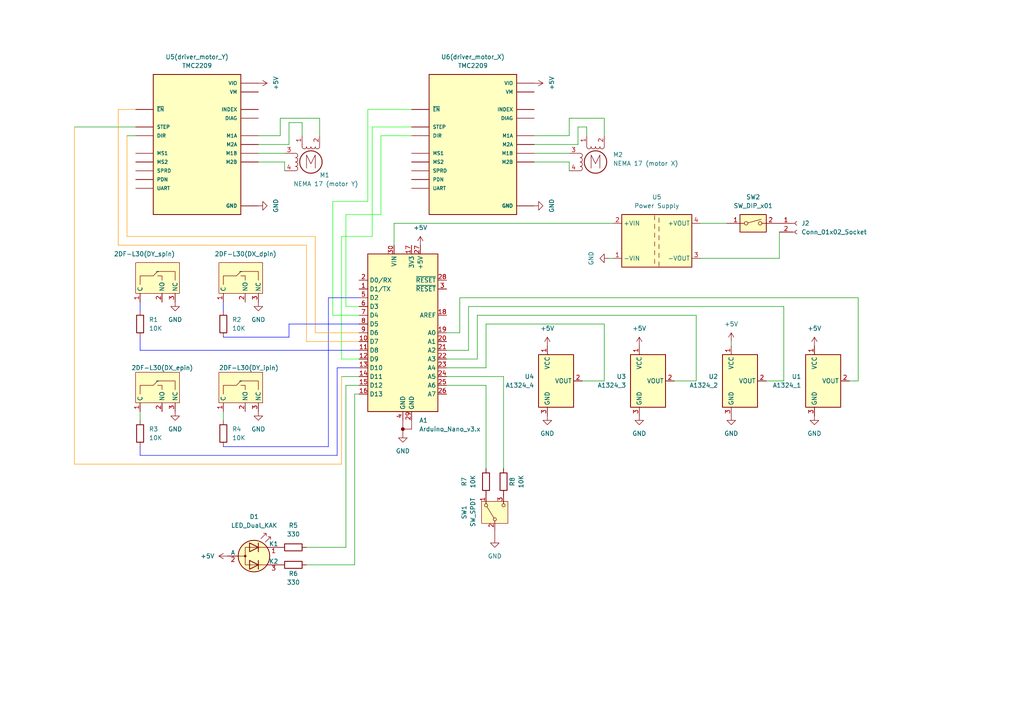
<source format=kicad_sch>
(kicad_sch (version 20230121) (generator eeschema)
  (paper "A4")
  (title_block (title "ANTI PUZZLE") (date "2024-03-18") (comment 1 "•The motor used is a Nema 17") (comment 2 "of the arduino nano") (comment 3 "•Instead of putting the 10K resistors, you can activate the internal pull-up resistors"))
  (lib_symbols
    (symbol "Connector:Conn_01x02_Socket" (pin_names (offset 1.016) hide)
      (property "Reference" "J" (at 0 2.54 0))
      (property "Value" "Conn_01x02_Socket" (at 0 -5.08 0))
      (symbol "Conn_01x02_Socket_1_1"
        (arc (start 0 -2.032) (mid -0.5058 -2.54) (end 0 -3.048) (stroke (width 0.1524)))
        (polyline (pts (xy -1.27 -2.54) (xy -0.508 -2.54)) (stroke (width 0.1524)))
        (polyline (pts (xy -1.27 0) (xy -0.508 0)) (stroke (width 0.1524)))
        (arc (start 0 0.508) (mid -0.5058 0) (end 0 -0.508) (stroke (width 0.1524)))
        (pin passive line (at -5.08 0 0) (length 3.81) (name "Pin_1") (number "1"))
        (pin passive line (at -5.08 -2.54 0) (length 3.81) (name "Pin_2") (number "2"))
      )
    )
    (symbol "Device:LED_Dual_KAK" (pin_names (offset 0))
      (property "Reference" "D" (at 0 5.715 0))
      (property "Value" "LED_Dual_KAK" (at 0 -6.35 0))
      (symbol "LED_Dual_KAK_0_1"
        (circle (center -2.54 0) (radius 0.2794) (fill (type outline)))
        (polyline (pts (xy -4.572 0) (xy -2.54 0)))
        (polyline (pts (xy 1.27 -1.27) (xy 1.27 -3.81)) (stroke (width 0.254)))
        (polyline (pts (xy 1.27 3.81) (xy 1.27 1.27)) (stroke (width 0.254)))
        (polyline (pts (xy 3.81 -2.54) (xy 1.905 -2.54)))
        (polyline (pts (xy 3.81 2.54) (xy 1.905 2.54)))
        (polyline (pts (xy -1.27 -1.27) (xy -1.27 -3.81) (xy 1.27 -2.54) (xy -1.27 -1.27)) (stroke (width 0.254)))
        (polyline (pts (xy -1.27 3.81) (xy -1.27 1.27) (xy 1.27 2.54) (xy -1.27 3.81)) (stroke (width 0.254)))
        (polyline (pts (xy 2.032 2.54) (xy -2.54 2.54) (xy -2.54 -2.54) (xy 2.032 -2.54)))
        (polyline (pts (xy 2.032 5.08) (xy 3.556 6.604) (xy 2.794 6.604) (xy 3.556 6.604) (xy 3.556 5.842)))
        (polyline (pts (xy 3.302 4.064) (xy 4.826 5.588) (xy 4.064 5.588) (xy 4.826 5.588) (xy 4.826 4.826)))
        (circle (center 0 0) (radius 4.572) (stroke (width 0.254)) (fill (type background)))
      )
      (symbol "LED_Dual_KAK_1_1"
        (pin input line (at 7.62 2.54 180) (length 3.81) (name "K1") (number "1"))
        (pin input line (at -7.62 0 0) (length 3.048) (name "A") (number "2"))
        (pin input line (at 7.62 -2.54 180) (length 3.81) (name "K2") (number "3"))
      )
    )
    (symbol "Device:R" (pin_numbers hide) (pin_names (offset 0))
      (property "Reference" "R" (at 2.032 0 90))
      (property "Value" "R" (at 0 0 90))
      (symbol "R_0_1"
        (rectangle (start -1.016 -2.54) (end 1.016 2.54) (stroke (width 0.254)))
      )
      (symbol "R_1_1"
        (pin passive line (at 0 3.81 270) (length 1.27) (name "~") (number "1"))
        (pin passive line (at 0 -3.81 90) (length 1.27) (name "~") (number "2"))
      )
    )
    (symbol "Driver_Motor:TMC2209_SILENTSTEPSTICK" (pin_numbers hide) (pin_names (offset 1.016))
      (property "Reference" "U" (at -12.7 22.86 0))
      (property "Value" "TMC2209_SILENTSTEPSTICK" (at -12.7 -22.86 0))
      (symbol "TMC2209_SILENTSTEPSTICK_0_0"
        (rectangle (start -12.7 -20.32) (end 12.7 20.32) (stroke (width 0.254)) (fill (type background)))
        (pin power_in line (at 17.78 -17.78 180) (length 5.08) (name "GND") (number "1"))
        (pin input line (at -17.78 5.08 0) (length 5.08) (name "STEP") (number "10"))
        (pin bidirectional line (at -17.78 -10.16 0) (length 5.08) (name "PDN") (number "11"))
        (pin bidirectional line (at -17.78 -12.7 0) (length 5.08) (name "UART") (number "12"))
        (pin input line (at -17.78 -7.62 0) (length 5.08) (name "SPRD") (number "13"))
        (pin input line (at -17.78 -5.08 0) (length 5.08) (name "MS2") (number "14"))
        (pin input line (at -17.78 -2.54 0) (length 5.08) (name "MS1") (number "15"))
        (pin input line (at -17.78 10.16 0) (length 5.08) (name "~{EN}") (number "16"))
        (pin output line (at 17.78 10.16 180) (length 5.08) (name "INDEX") (number "17"))
        (pin output line (at 17.78 7.62 180) (length 5.08) (name "DIAG") (number "18"))
        (pin power_in line (at 17.78 17.78 180) (length 5.08) (name "VIO") (number "2"))
        (pin output line (at 17.78 -2.54 180) (length 5.08) (name "M1B") (number "3"))
        (pin output line (at 17.78 2.54 180) (length 5.08) (name "M1A") (number "4"))
        (pin output line (at 17.78 0 180) (length 5.08) (name "M2A") (number "5"))
        (pin output line (at 17.78 -5.08 180) (length 5.08) (name "M2B") (number "6"))
        (pin power_in line (at 17.78 -17.78 180) (length 5.08) (name "GND") (number "7"))
        (pin power_in line (at 17.78 15.24 180) (length 5.08) (name "VM") (number "8"))
        (pin input line (at -17.78 2.54 0) (length 5.08) (name "DIR") (number "9"))
      )
    )
    (symbol "MCU_Module:Arduino_Nano_v3.x"
      (property "Reference" "A" (at -10.16 23.495 0))
      (property "Value" "Arduino_Nano_v3.x" (at 5.08 -24.13 0))
      (symbol "Arduino_Nano_v3.x_0_1"
        (rectangle (start -10.16 22.86) (end 10.16 -22.86) (stroke (width 0.254)) (fill (type background)))
      )
      (symbol "Arduino_Nano_v3.x_1_1"
        (pin bidirectional line (at -12.7 12.7 0) (length 2.54) (name "D1/TX") (number "1"))
        (pin bidirectional line (at -12.7 -2.54 0) (length 2.54) (name "D7") (number "10"))
        (pin bidirectional line (at -12.7 -5.08 0) (length 2.54) (name "D8") (number "11"))
        (pin bidirectional line (at -12.7 -7.62 0) (length 2.54) (name "D9") (number "12"))
        (pin bidirectional line (at -12.7 -10.16 0) (length 2.54) (name "D10") (number "13"))
        (pin bidirectional line (at -12.7 -12.7 0) (length 2.54) (name "D11") (number "14"))
        (pin bidirectional line (at -12.7 -15.24 0) (length 2.54) (name "D12") (number "15"))
        (pin bidirectional line (at -12.7 -17.78 0) (length 2.54) (name "D13") (number "16"))
        (pin power_out line (at 2.54 25.4 270) (length 2.54) (name "3V3") (number "17"))
        (pin input line (at 12.7 5.08 180) (length 2.54) (name "AREF") (number "18"))
        (pin bidirectional line (at 12.7 0 180) (length 2.54) (name "A0") (number "19"))
        (pin bidirectional line (at -12.7 15.24 0) (length 2.54) (name "D0/RX") (number "2"))
        (pin bidirectional line (at 12.7 -2.54 180) (length 2.54) (name "A1") (number "20"))
        (pin bidirectional line (at 12.7 -5.08 180) (length 2.54) (name "A2") (number "21"))
        (pin bidirectional line (at 12.7 -7.62 180) (length 2.54) (name "A3") (number "22"))
        (pin bidirectional line (at 12.7 -10.16 180) (length 2.54) (name "A4") (number "23"))
        (pin bidirectional line (at 12.7 -12.7 180) (length 2.54) (name "A5") (number "24"))
        (pin bidirectional line (at 12.7 -15.24 180) (length 2.54) (name "A6") (number "25"))
        (pin bidirectional line (at 12.7 -17.78 180) (length 2.54) (name "A7") (number "26"))
        (pin power_out line (at 5.08 25.4 270) (length 2.54) (name "+5V") (number "27"))
        (pin input line (at 12.7 15.24 180) (length 2.54) (name "~{RESET}") (number "28"))
        (pin power_in line (at 2.54 -25.4 90) (length 2.54) (name "GND") (number "29"))
        (pin input line (at 12.7 12.7 180) (length 2.54) (name "~{RESET}") (number "3"))
        (pin power_in line (at -2.54 25.4 270) (length 2.54) (name "VIN") (number "30"))
        (pin power_in line (at 0 -25.4 90) (length 2.54) (name "GND") (number "4"))
        (pin bidirectional line (at -12.7 10.16 0) (length 2.54) (name "D2") (number "5"))
        (pin bidirectional line (at -12.7 7.62 0) (length 2.54) (name "D3") (number "6"))
        (pin bidirectional line (at -12.7 5.08 0) (length 2.54) (name "D4") (number "7"))
        (pin bidirectional line (at -12.7 2.54 0) (length 2.54) (name "D5") (number "8"))
        (pin bidirectional line (at -12.7 0 0) (length 2.54) (name "D6") (number "9"))
      )
    )
    (symbol "Motor:Stepper_Motor_bipolar" (pin_names (offset 0) hide)
      (property "Reference" "M" (at 3.81 2.54 0))
      (property "Value" "Stepper_Motor_bipolar" (at 3.81 1.27 0))
      (symbol "Stepper_Motor_bipolar_0_0"
        (polyline (pts (xy -1.27 -1.778) (xy -1.27 2.032) (xy 0 -0.508) (xy 1.27 2.032) (xy 1.27 -1.778)))
      )
      (symbol "Stepper_Motor_bipolar_0_1"
        (arc (start -4.445 -2.54) (mid -3.8127 -1.905) (end -4.445 -1.27))
        (arc (start -4.445 -1.27) (mid -3.8127 -0.635) (end -4.445 0))
        (arc (start -4.445 0) (mid -3.8127 0.635) (end -4.445 1.27))
        (arc (start -4.445 1.27) (mid -3.8127 1.905) (end -4.445 2.54))
        (arc (start -2.54 4.445) (mid -1.905 3.8127) (end -1.27 4.445))
        (arc (start -1.27 4.445) (mid -0.635 3.8127) (end 0 4.445))
        (polyline (pts (xy -5.08 -2.54) (xy -4.445 -2.54)))
        (polyline (pts (xy -5.08 2.54) (xy -4.445 2.54)))
        (polyline (pts (xy -2.54 5.08) (xy -2.54 4.445)))
        (polyline (pts (xy 2.54 5.08) (xy 2.54 4.445)))
        (circle (center 0 0) (radius 3.2512) (stroke (width 0.254)))
        (arc (start 0 4.445) (mid 0.635 3.8127) (end 1.27 4.445))
        (arc (start 1.27 4.445) (mid 1.905 3.8127) (end 2.54 4.445))
      )
      (symbol "Stepper_Motor_bipolar_1_1"
        (pin passive line (at -2.54 7.62 270) (length 2.54) (name "~") (number "1"))
        (pin passive line (at 2.54 7.62 270) (length 2.54) (name "-") (number "2"))
        (pin passive line (at -7.62 2.54 0) (length 2.54) (name "~") (number "3"))
        (pin passive line (at -7.62 -2.54 0) (length 2.54) (name "~") (number "4"))
      )
    )
    (symbol "Regulator_Switching:CRE1S1205SC"
      (property "Reference" "U" (at -8.89 8.89 0))
      (property "Value" "CRE1S1205SC" (at 2.54 8.89 0))
      (symbol "CRE1S1205SC_0_1"
        (rectangle (start -10.16 7.62) (end 10.16 -7.62) (stroke (width 0.254)) (fill (type background)))
        (polyline (pts (xy -0.635 -5.334) (xy -0.635 -6.604)))
        (polyline (pts (xy -0.635 -2.794) (xy -0.635 -4.064)))
        (polyline (pts (xy -0.635 -0.254) (xy -0.635 -1.524)))
        (polyline (pts (xy -0.635 2.286) (xy -0.635 1.016)))
        (polyline (pts (xy -0.635 4.826) (xy -0.635 3.556)))
        (polyline (pts (xy -0.635 7.366) (xy -0.635 6.096)))
        (polyline (pts (xy 0.635 -7.366) (xy 0.635 -6.096)))
        (polyline (pts (xy 0.635 -4.826) (xy 0.635 -3.556)))
        (polyline (pts (xy 0.635 -2.286) (xy 0.635 -1.016)))
        (polyline (pts (xy 0.635 0.254) (xy 0.635 1.524)))
        (polyline (pts (xy 0.635 2.794) (xy 0.635 4.064)))
        (polyline (pts (xy 0.635 5.334) (xy 0.635 6.604)))
      )
      (symbol "CRE1S1205SC_1_1"
        (pin power_in line (at -12.7 -5.08 0) (length 2.54) (name "-VIN") (number "1"))
        (pin power_in line (at -12.7 5.08 0) (length 2.54) (name "+VIN") (number "2"))
        (pin power_out line (at 12.7 -5.08 180) (length 2.54) (name "-VOUT") (number "3"))
        (pin power_out line (at 12.7 5.08 180) (length 2.54) (name "+VOUT") (number "4"))
      )
    )
    (symbol "Sensor:D2F-L30"
      (property "Reference" "2DF-L30" (at 0 3.81 0))
      (symbol "D2F-L30_0_1"
        (polyline (pts (xy 0 -1.27) (xy 1.27 -1.27) (xy 1.27 -2.54)))
        (polyline (pts (xy -5.08 -3.81) (xy -5.08 -2.54) (xy -5.08 -1.27) (xy -3.81 -1.27) (xy -2.54 -1.27) (xy -1.27 -1.27) (xy 0 0) (xy 2.54 0) (xy 3.81 0) (xy 5.08 0) (xy 5.08 -2.54)))
      )
      (symbol "D2F-L30_1_1"
        (rectangle (start -6.35 2.54) (end 6.35 -6.35) (fill (type background)))
        (pin input line (at -5.08 -8.89 90) (length 2.54) (name "C") (number "1"))
        (pin output line (at 1.27 -8.89 90) (length 2.54) (name "NO") (number "2"))
        (pin output line (at 5.08 -8.89 90) (length 2.54) (name "NC") (number "3"))
      )
    )
    (symbol "Sensor_Magnetic:A3251"
      (property "Reference" "U" (at 0 11.43 0))
      (property "Value" "A3251" (at 0 8.89 0))
      (symbol "A3251_0_1"
        (rectangle (start -5.08 7.62) (end 5.08 -7.62) (stroke (width 0.254)) (fill (type background)))
      )
      (symbol "A3251_1_1"
        (pin power_in line (at -2.54 10.16 270) (length 2.54) (name "VCC") (number "1"))
        (pin output line (at 7.62 0 180) (length 2.54) (name "VOUT") (number "2"))
        (pin power_in line (at -2.54 -10.16 90) (length 2.54) (name "GND") (number "3"))
      )
    )
    (symbol "Switch:SW_DIP_x01" (pin_names (offset 0) hide)
      (property "Reference" "SW" (at 0 3.81 0))
      (property "Value" "SW_DIP_x01" (at 0 -3.81 0))
      (symbol "SW_DIP_x01_0_0"
        (circle (center -2.032 0) (radius 0.508))
        (polyline (pts (xy -1.524 0.127) (xy 2.3622 1.1684)))
        (circle (center 2.032 0) (radius 0.508))
      )
      (symbol "SW_DIP_x01_0_1"
        (rectangle (start -3.81 2.54) (end 3.81 -2.54) (stroke (width 0.254)) (fill (type background)))
      )
      (symbol "SW_DIP_x01_1_1"
        (pin passive line (at -7.62 0 0) (length 5.08) (name "~") (number "1"))
        (pin passive line (at 7.62 0 180) (length 5.08) (name "~") (number "2"))
      )
    )
    (symbol "Switch:SW_SPDT" (pin_names (offset 0) hide)
      (property "Reference" "SW" (at 0 5.08 0))
      (property "Value" "SW_SPDT" (at 0 -5.08 0))
      (symbol "SW_SPDT_0_1"
        (circle (center -2.032 0) (radius 0.4572))
        (polyline (pts (xy -1.651 0.254) (xy 1.651 2.286)))
        (circle (center 2.032 -2.54) (radius 0.4572))
        (circle (center 2.032 2.54) (radius 0.4572))
      )
      (symbol "SW_SPDT_1_1"
        (rectangle (start -3.175 3.81) (end 3.175 -3.81) (fill (type background)))
        (pin passive line (at 5.08 2.54 180) (length 2.54) (name "A") (number "1"))
        (pin passive line (at -5.08 0 0) (length 2.54) (name "B") (number "2"))
        (pin passive line (at 5.08 -2.54 180) (length 2.54) (name "C") (number "3"))
      )
    )
    (symbol "power:+5V" (power) (pin_names (offset 0))
      (property "Value" "+5V" (at 0 3.556 0))
      (symbol "+5V_0_1"
        (polyline (pts (xy -0.762 1.27) (xy 0 2.54)))
        (polyline (pts (xy 0 0) (xy 0 2.54)))
        (polyline (pts (xy 0 2.54) (xy 0.762 1.27)))
      )
      (symbol "+5V_1_1"
        (pin power_in line (at 0 0 90) (length 0) hide (name "+5V") (number "1"))
      )
    )
    (symbol "power:GND" (power) (pin_names (offset 0))
      (property "Value" "GND" (at 0 -3.81 0))
      (symbol "GND_0_1"
        (polyline (pts (xy 0 0) (xy 0 -1.27) (xy 1.27 -1.27) (xy 0 -2.54) (xy -1.27 -1.27) (xy 0 -1.27)))
      )
      (symbol "GND_1_1"
        (pin power_in line (at 0 0 270) (length 0) hide (name "GND") (number "1"))
      )
    )
  )
  (junction (at 116.84 124.46) (color 132 0 0 1))
  (wire (pts (xy 36.83 39.37) (xy 36.83 68.58)) (stroke (width 0) (color 255 153 0 1)))
  (wire (pts (xy 110.49 39.37) (xy 110.49 62.23)) (stroke (width 0) (color 0 255 0 1)))
  (wire (pts (xy 143.51 156.21) (xy 143.51 153.67)) (stroke (width 0) (color 132 0 0 1)))
  (wire (pts (xy 107.95 68.58) (xy 99.06 68.58)) (stroke (width 0) (color 0 255 0 1)))
  (wire (pts (xy 116.84 125.73) (xy 116.84 124.46)) (stroke (width 0) (color 132 0 0 1)))
  (wire (pts (xy 83.82 93.98) (xy 104.14 93.98)) (stroke (width 0) (color 0 0 255 1)))
  (wire (pts (xy 88.9 71.12) (xy 88.9 99.06)) (stroke (width 0) (color 255 153 0 1)))
  (wire (pts (xy 119.38 39.37) (xy 110.49 39.37)) (stroke (width 0) (color 0 255 0 1)))
  (wire (pts (xy 222.25 110.49) (xy 227.33 110.49)))
  (wire (pts (xy 39.37 36.83) (xy 21.59 36.83)))
  (wire (pts (xy 100.33 158.75) (xy 100.33 111.76)))
  (wire (pts (xy 99.06 109.22) (xy 104.14 109.22)))
  (wire (pts (xy 248.92 110.49) (xy 246.38 110.49)))
  (wire (pts (xy 248.92 86.36) (xy 133.35 86.36)))
  (wire (pts (xy 167.64 41.91) (xy 167.64 36.83)))
  (wire (pts (xy 36.83 39.37) (xy 39.37 39.37)))
  (wire (pts (xy 81.28 34.29) (xy 92.71 34.29)))
  (wire (pts (xy 40.64 87.63) (xy 40.64 90.17)) (stroke (width 0) (color 0 0 255 1)))
  (wire (pts (xy 40.64 97.79) (xy 40.64 101.6)) (stroke (width 0) (color 0 0 255 1)))
  (wire (pts (xy 36.83 68.58) (xy 91.44 68.58)) (stroke (width 0) (color 255 153 0 1)))
  (wire (pts (xy 34.29 31.75) (xy 34.29 71.12)) (stroke (width 0) (color 255 153 0 1)))
  (wire (pts (xy 146.05 109.22) (xy 129.54 109.22)))
  (wire (pts (xy 88.9 158.75) (xy 100.33 158.75)))
  (wire (pts (xy 133.35 86.36) (xy 133.35 96.52)))
  (wire (pts (xy 140.97 106.68) (xy 129.54 106.68)))
  (wire (pts (xy 40.64 132.08) (xy 40.64 129.54)) (stroke (width 0) (color 0 0 255 1)))
  (wire (pts (xy 107.95 36.83) (xy 107.95 68.58)) (stroke (width 0) (color 0 255 0 1)))
  (wire (pts (xy 74.93 44.45) (xy 82.55 44.45)))
  (wire (pts (xy 96.52 58.42) (xy 96.52 91.44)) (stroke (width 0) (color 0 255 0 1)))
  (wire (pts (xy 99.06 104.14) (xy 104.14 104.14)) (stroke (width 0) (color 0 255 0 1)))
  (wire (pts (xy 203.2 64.77) (xy 210.82 64.77)))
  (wire (pts (xy 40.64 119.38) (xy 40.64 121.92)))
  (wire (pts (xy 114.3 64.77) (xy 177.8 64.77)))
  (wire (pts (xy 119.38 36.83) (xy 107.95 36.83)) (stroke (width 0) (color 0 255 0 1)))
  (wire (pts (xy 154.94 44.45) (xy 165.1 44.45)))
  (wire (pts (xy 97.79 106.68) (xy 97.79 132.08)) (stroke (width 0) (color 0 0 255 1)))
  (wire (pts (xy 83.82 35.56) (xy 87.63 35.56)))
  (wire (pts (xy 110.49 62.23) (xy 100.33 62.23)) (stroke (width 0) (color 0 255 0 1)))
  (wire (pts (xy 99.06 109.22) (xy 99.06 134.62)) (stroke (width 0) (color 255 153 0 1)))
  (wire (pts (xy 64.77 97.79) (xy 83.82 97.79)) (stroke (width 0) (color 0 0 255 1)))
  (wire (pts (xy 88.9 163.83) (xy 102.87 163.83)))
  (wire (pts (xy 40.64 101.6) (xy 104.14 101.6)) (stroke (width 0) (color 0 0 255 1)))
  (wire (pts (xy 119.38 121.92) (xy 119.38 124.46)) (stroke (width 0) (color 132 0 0 1)))
  (wire (pts (xy 138.43 91.44) (xy 138.43 104.14)))
  (wire (pts (xy 39.37 31.75) (xy 34.29 31.75)) (stroke (width 0) (color 255 153 0 1)))
  (wire (pts (xy 140.97 111.76) (xy 129.54 111.76)))
  (wire (pts (xy 64.77 87.63) (xy 64.77 90.17)) (stroke (width 0) (color 0 0 255 1)))
  (wire (pts (xy 95.25 86.36) (xy 104.14 86.36)) (stroke (width 0) (color 0 0 255 1)))
  (wire (pts (xy 74.93 46.99) (xy 82.55 46.99)))
  (wire (pts (xy 167.64 36.83) (xy 170.18 36.83)))
  (wire (pts (xy 135.89 101.6) (xy 129.54 101.6)))
  (wire (pts (xy 88.9 99.06) (xy 104.14 99.06)) (stroke (width 0) (color 255 153 0 1)))
  (wire (pts (xy 119.38 31.75) (xy 106.68 31.75)) (stroke (width 0) (color 0 255 0 1)))
  (wire (pts (xy 212.09 100.33) (xy 212.09 99.06)))
  (wire (pts (xy 133.35 96.52) (xy 129.54 96.52)))
  (wire (pts (xy 96.52 91.44) (xy 104.14 91.44)) (stroke (width 0) (color 0 255 0 1)))
  (wire (pts (xy 83.82 97.79) (xy 83.82 93.98)) (stroke (width 0) (color 0 0 255 1)))
  (wire (pts (xy 140.97 135.89) (xy 140.97 111.76)))
  (wire (pts (xy 21.59 36.83) (xy 21.59 134.62)) (stroke (width 0) (color 255 153 0 1)))
  (wire (pts (xy 40.64 132.08) (xy 97.79 132.08)) (stroke (width 0) (color 0 0 255 1)))
  (wire (pts (xy 175.26 93.98) (xy 140.97 93.98)))
  (wire (pts (xy 100.33 62.23) (xy 100.33 88.9)) (stroke (width 0) (color 0 255 0 1)))
  (wire (pts (xy 87.63 35.56) (xy 87.63 39.37)))
  (wire (pts (xy 170.18 36.83) (xy 170.18 39.37)))
  (wire (pts (xy 64.77 129.54) (xy 95.25 129.54)) (stroke (width 0) (color 0 0 255 1)))
  (wire (pts (xy 106.68 58.42) (xy 96.52 58.42)) (stroke (width 0) (color 0 255 0 1)))
  (wire (pts (xy 34.29 71.12) (xy 88.9 71.12)) (stroke (width 0) (color 255 153 0 1)))
  (wire (pts (xy 102.87 114.3) (xy 104.14 114.3)))
  (wire (pts (xy 100.33 111.76) (xy 104.14 111.76)))
  (wire (pts (xy 91.44 68.58) (xy 91.44 96.52)) (stroke (width 0) (color 255 153 0 1)))
  (wire (pts (xy 21.59 134.62) (xy 99.06 134.62)) (stroke (width 0) (color 255 153 0 1)))
  (wire (pts (xy 97.79 106.68) (xy 104.14 106.68)) (stroke (width 0) (color 0 0 255 1)))
  (wire (pts (xy 226.06 74.93) (xy 203.2 74.93)))
  (wire (pts (xy 92.71 34.29) (xy 92.71 39.37)))
  (wire (pts (xy 114.3 64.77) (xy 114.3 71.12)))
  (wire (pts (xy 106.68 31.75) (xy 106.68 58.42)) (stroke (width 0) (color 0 255 0 1)))
  (wire (pts (xy 74.93 41.91) (xy 83.82 41.91)))
  (wire (pts (xy 102.87 163.83) (xy 102.87 114.3)))
  (wire (pts (xy 99.06 68.58) (xy 99.06 104.14)) (stroke (width 0) (color 0 255 0 1)))
  (wire (pts (xy 116.84 124.46) (xy 116.84 121.92)) (stroke (width 0) (color 132 0 0 1)))
  (wire (pts (xy 165.1 34.29) (xy 175.26 34.29)))
  (wire (pts (xy 165.1 46.99) (xy 165.1 49.53)))
  (wire (pts (xy 175.26 34.29) (xy 175.26 39.37)))
  (wire (pts (xy 81.28 39.37) (xy 81.28 34.29)))
  (wire (pts (xy 74.93 39.37) (xy 81.28 39.37)))
  (wire (pts (xy 201.93 91.44) (xy 138.43 91.44)))
  (wire (pts (xy 138.43 104.14) (xy 129.54 104.14)))
  (wire (pts (xy 175.26 110.49) (xy 175.26 93.98)))
  (wire (pts (xy 154.94 41.91) (xy 167.64 41.91)))
  (wire (pts (xy 248.92 110.49) (xy 248.92 86.36)))
  (wire (pts (xy 140.97 93.98) (xy 140.97 106.68)))
  (wire (pts (xy 165.1 39.37) (xy 165.1 34.29)))
  (wire (pts (xy 82.55 46.99) (xy 82.55 49.53)))
  (wire (pts (xy 227.33 110.49) (xy 227.33 88.9)))
  (wire (pts (xy 64.77 119.38) (xy 64.77 121.92)))
  (wire (pts (xy 227.33 88.9) (xy 135.89 88.9)))
  (wire (pts (xy 83.82 41.91) (xy 83.82 35.56)))
  (wire (pts (xy 100.33 88.9) (xy 104.14 88.9)) (stroke (width 0) (color 0 255 0 1)))
  (wire (pts (xy 195.58 110.49) (xy 201.93 110.49)))
  (wire (pts (xy 201.93 110.49) (xy 201.93 91.44)))
  (wire (pts (xy 146.05 135.89) (xy 146.05 109.22)))
  (wire (pts (xy 91.44 96.52) (xy 104.14 96.52)) (stroke (width 0) (color 255 153 0 1)))
  (wire (pts (xy 135.89 88.9) (xy 135.89 101.6)))
  (wire (pts (xy 154.94 46.99) (xy 165.1 46.99)))
  (wire (pts (xy 116.84 124.46) (xy 119.38 124.46)) (stroke (width 0) (color 132 0 0 1)))
  (wire (pts (xy 168.91 110.49) (xy 175.26 110.49)))
  (wire (pts (xy 226.06 67.31) (xy 226.06 74.93)))
  (wire (pts (xy 95.25 86.36) (xy 95.25 129.54)) (stroke (width 0) (color 0 0 255 1)))
  (wire (pts (xy 177.8 74.93) (xy 176.53 74.93)))
  (wire (pts (xy 154.94 39.37) (xy 165.1 39.37)))
  (symbol (lib_id "power:GND") (at 50.8 119.38 0) (unit 1)
    (property "Reference" "#PWR017" (effects hide))
    (property "Value" "GND" (at 50.8 124.46 0))
  )
  (symbol (lib_id "Motor:Stepper_Motor_bipolar") (at 90.17 46.99 0) (unit 1)
    (property "Reference" "M1" (at 92.71 50.8 0) (effects (justify left)))
    (property "Value" "NEMA 17 (motor Y)" (at 85.09 53.34 0) (effects (justify left)))
    (property "Datasheet" "http://www.infineon.com/dgdl/Application-Note-TLE8110EE_driving_UniPolarStepperMotor_V1.1.pdf?fileId=db3a30431be39b97011be5d0aa0a00b0" (effects hide))
  )
  (symbol (lib_id "power:GND") (at 176.53 74.93 270) (mirror x) (unit 1)
    (property "Reference" "#PWR011" (effects hide))
    (property "Value" "GND" (at 171.45 74.93 0))
  )
  (symbol (lib_id "power:GND") (at 236.22 120.65 0) (unit 1)
    (property "Reference" "#PWR07" (effects hide))
    (property "Value" "GND" (at 236.22 125.73 0))
  )
  (symbol (lib_id "Sensor_Magnetic:A3251") (at 161.29 110.49 0) (unit 1)
    (property "Reference" "U4" (at 154.94 109.22 0) (effects (justify right)))
    (property "Value" "A1324_4" (at 154.94 111.76 0) (effects (justify right)))
    (property "Footprint" "Package_TO_SOT_SMD:SOT-23W" (effects hide))
    (property "Datasheet" "http://www.allegromicro.com/~/media/Files/Datasheets/A1301-2-Datasheet.ashx" (effects hide))
  )
  (symbol (lib_id "Device:R") (at 85.09 158.75 270) (unit 1)
    (property "Reference" "R5" (at 85.09 152.4 90))
    (property "Value" "330" (at 85.09 154.94 90))
  )
  (symbol (lib_id "Switch:SW_DIP_x01") (at 218.44 64.77 0) (unit 1)
    (property "Reference" "SW2" (at 218.44 57.15 0))
    (property "Value" "SW_DIP_x01" (at 218.44 59.69 0))
  )
  (symbol (lib_id "power:+5V") (at 158.75 100.33 0) (unit 1)
    (property "Reference" "#PWR01" (effects hide))
    (property "Value" "+5V" (at 158.75 95.25 0))
  )
  (symbol (lib_id "Driver_Motor:TMC2209_SILENTSTEPSTICK") (at 57.15 41.91 0) (unit 1)
    (property "Reference" "U5(driver_motor_Y)" (at 57.15 16.51 0))
    (property "Value" "TMC2209" (at 57.15 19.05 0))
    (property "Footprint" "TMC2209_SILENTSTEPSTICK:MODULE_TMC2209_SILENTSTEPSTICK" (effects hide))
    (property "MF" "Trinamic Motion Control GmbH" (effects hide))
    (property "Description" "\nTMC2209 Motor Controller/Driver Power Management Evaluation Board\n" (effects hide))
    (property "Package" "None" (effects hide))
    (property "Price" "None" (effects hide))
    (property "Check_prices" "https://www.snapeda.com/parts/TMC2209%20SILENTSTEPSTICK/Trinamic+Motion+Control+GmbH/view-part/?ref=eda" (effects hide))
    (property "STANDARD" "Manufacturer Recommendations" (effects hide))
    (property "PARTREV" "1.20" (effects hide))
    (property "SnapEDA_Link" "https://www.snapeda.com/parts/TMC2209%20SILENTSTEPSTICK/Trinamic+Motion+Control+GmbH/view-part/?ref=snap" (effects hide))
    (property "MP" "TMC2209 SILENTSTEPSTICK" (effects hide))
    (property "MANUFACTURER" "Trinamic Motion Control GmbH" (effects hide))
    (property "Availability" "In Stock" (effects hide))
    (property "SNAPEDA_PN" "TMC2209 SILENTSTEPSTICK" (effects hide))
  )
  (symbol (lib_id "Device:R") (at 40.64 125.73 0) (unit 1)
    (property "Reference" "R3" (at 43.18 124.46 0) (effects (justify left)))
    (property "Value" "10K" (at 43.18 127 0) (effects (justify left)))
  )
  (symbol (lib_id "power:GND") (at 74.93 119.38 0) (unit 1)
    (property "Reference" "#PWR018" (effects hide))
    (property "Value" "GND" (at 74.93 124.46 0))
  )
  (symbol (lib_id "Sensor_Magnetic:A3251") (at 187.96 110.49 0) (unit 1)
    (property "Reference" "U3" (at 181.61 109.22 0) (effects (justify right)))
    (property "Value" "A1324_3" (at 181.61 111.76 0) (effects (justify right)))
    (property "Footprint" "Package_TO_SOT_SMD:SOT-23W" (effects hide))
    (property "Datasheet" "http://www.allegromicro.com/~/media/Files/Datasheets/A1301-2-Datasheet.ashx" (effects hide))
  )
  (symbol (lib_id "power:+5V") (at 236.22 100.33 0) (unit 1)
    (property "Reference" "#PWR08" (effects hide))
    (property "Value" "+5V" (at 236.22 95.25 0))
  )
  (symbol (lib_id "Device:R") (at 64.77 125.73 0) (unit 1)
    (property "Reference" "R4" (at 67.31 124.46 0) (effects (justify left)))
    (property "Value" "10K" (at 67.31 127 0) (effects (justify left)))
  )
  (symbol (lib_id "Sensor:D2F-L30") (at 45.72 78.74 0) (unit 1)
    (property "Reference" "2DF-L30(DY_spin)" (at 33.02 73.66 0) (effects (justify left)))
    (property "Value" "~" (at 45.72 78.74 0))
  )
  (symbol (lib_id "Sensor_Magnetic:A3251") (at 214.63 110.49 0) (unit 1)
    (property "Reference" "U2" (at 208.28 109.22 0) (effects (justify right)))
    (property "Value" "A1324_2" (at 208.28 111.76 0) (effects (justify right)))
    (property "Footprint" "Package_TO_SOT_SMD:SOT-23W" (effects hide))
    (property "Datasheet" "http://www.allegromicro.com/~/media/Files/Datasheets/A1301-2-Datasheet.ashx" (effects hide))
  )
  (symbol (lib_id "power:+5V") (at 154.94 24.13 270) (unit 1)
    (property "Reference" "#PWR022" (effects hide))
    (property "Value" "+5V" (at 160.02 24.13 0))
  )
  (symbol (lib_id "power:GND") (at 50.8 87.63 0) (unit 1)
    (property "Reference" "#PWR013" (effects hide))
    (property "Value" "GND" (at 50.8 92.71 0))
  )
  (symbol (lib_id "Device:R") (at 64.77 93.98 0) (unit 1)
    (property "Reference" "R2" (at 67.31 92.71 0) (effects (justify left)))
    (property "Value" "10K" (at 67.31 95.25 0) (effects (justify left)))
  )
  (symbol (lib_id "MCU_Module:Arduino_Nano_v3.x") (at 116.84 96.52 0) (unit 1)
    (property "Reference" "A1" (at 121.5741 121.92 0) (effects (justify left)))
    (property "Value" "Arduino_Nano_v3.x" (at 121.5741 124.46 0) (effects (justify left)))
    (property "Footprint" "Module:Arduino_Nano" (effects hide))
    (property "Datasheet" "http://www.mouser.com/pdfdocs/Gravitech_Arduino_Nano3_0.pdf" (effects hide))
  )
  (symbol (lib_id "power:GND") (at 74.93 59.69 90) (unit 1)
    (property "Reference" "#PWR019" (effects hide))
    (property "Value" "GND" (at 80.01 59.69 0))
  )
  (symbol (lib_id "Device:LED_Dual_KAK") (at 73.66 161.29 0) (unit 1)
    (property "Reference" "D1" (at 73.7235 149.86 0))
    (property "Value" "LED_Dual_KAK" (at 73.7235 152.4 0))
  )
  (symbol (lib_id "Connector:Conn_01x02_Socket") (at 231.14 64.77 0) (unit 1)
    (property "Reference" "J2" (at 232.41 64.77 0) (effects (justify left)))
    (property "Value" "Conn_01x02_Socket" (at 232.41 67.31 0) (effects (justify left)))
  )
  (symbol (lib_id "Device:R") (at 140.97 139.7 0) (unit 1)
    (property "Reference" "R7" (at 134.62 139.7 90))
    (property "Value" "10K" (at 137.16 139.7 90))
  )
  (symbol (lib_id "Sensor:D2F-L30") (at 45.72 110.49 0) (unit 1)
    (property "Reference" "2DF-L30(DX_epin)" (at 38.1 106.68 0) (effects (justify left)))
    (property "Value" "~" (at 45.72 110.49 0))
  )
  (symbol (lib_id "power:GND") (at 185.42 120.65 0) (unit 1)
    (property "Reference" "#PWR03" (effects hide))
    (property "Value" "GND" (at 185.42 125.73 0))
  )
  (symbol (lib_id "Driver_Motor:TMC2209_SILENTSTEPSTICK") (at 137.16 41.91 0) (unit 1)
    (property "Reference" "U6(driver_motor_X)" (at 137.16 16.51 0))
    (property "Value" "TMC2209" (at 137.16 19.05 0))
    (property "Footprint" "TMC2209_SILENTSTEPSTICK:MODULE_TMC2209_SILENTSTEPSTICK" (effects hide))
    (property "MF" "Trinamic Motion Control GmbH" (effects hide))
    (property "Description" "\nTMC2209 Motor Controller/Driver Power Management Evaluation Board\n" (effects hide))
    (property "Package" "None" (effects hide))
    (property "Price" "None" (effects hide))
    (property "Check_prices" "https://www.snapeda.com/parts/TMC2209%20SILENTSTEPSTICK/Trinamic+Motion+Control+GmbH/view-part/?ref=eda" (effects hide))
    (property "STANDARD" "Manufacturer Recommendations" (effects hide))
    (property "PARTREV" "1.20" (effects hide))
    (property "SnapEDA_Link" "https://www.snapeda.com/parts/TMC2209%20SILENTSTEPSTICK/Trinamic+Motion+Control+GmbH/view-part/?ref=snap" (effects hide))
    (property "MP" "TMC2209 SILENTSTEPSTICK" (effects hide))
    (property "MANUFACTURER" "Trinamic Motion Control GmbH" (effects hide))
    (property "Availability" "In Stock" (effects hide))
    (property "SNAPEDA_PN" "TMC2209 SILENTSTEPSTICK" (effects hide))
  )
  (symbol (lib_id "power:GND") (at 154.94 59.69 90) (unit 1)
    (property "Reference" "#PWR021" (effects hide))
    (property "Value" "GND" (at 160.02 59.69 0))
  )
  (symbol (lib_id "Device:R") (at 146.05 139.7 0) (unit 1)
    (property "Reference" "R8" (at 148.59 139.7 90))
    (property "Value" "10K" (at 151.13 139.7 90))
  )
  (symbol (lib_id "Sensor:D2F-L30") (at 69.85 78.74 0) (unit 1)
    (property "Reference" "2DF-L30(DX_dpin)" (at 62.23 73.66 0) (effects (justify left)))
    (property "Value" "~" (at 69.85 78.74 0))
  )
  (symbol (lib_id "Device:R") (at 85.09 163.83 90) (mirror x) (unit 1)
    (property "Reference" "R6" (at 85.09 166.37 90))
    (property "Value" "330" (at 85.09 168.91 90))
  )
  (symbol (lib_id "power:GND") (at 74.93 87.63 0) (unit 1)
    (property "Reference" "#PWR014" (effects hide))
    (property "Value" "GND" (at 74.93 92.71 0))
  )
  (symbol (lib_id "power:+5V") (at 74.93 24.13 270) (unit 1)
    (property "Reference" "#PWR020" (effects hide))
    (property "Value" "+5V" (at 80.01 24.13 0))
  )
  (symbol (lib_id "power:+5V") (at 212.09 99.06 0) (unit 1)
    (property "Reference" "#PWR05" (effects hide))
    (property "Value" "+5V" (at 212.09 93.98 0))
  )
  (symbol (lib_id "power:GND") (at 158.75 120.65 0) (unit 1)
    (property "Reference" "#PWR02" (effects hide))
    (property "Value" "GND" (at 158.75 125.73 0))
  )
  (symbol (lib_id "Motor:Stepper_Motor_bipolar") (at 172.72 46.99 0) (unit 1)
    (property "Reference" "M2" (at 177.8 44.8691 0) (effects (justify left)))
    (property "Value" "NEMA 17 (motor X)" (at 177.8 47.4091 0) (effects (justify left)))
    (property "Datasheet" "http://www.infineon.com/dgdl/Application-Note-TLE8110EE_driving_UniPolarStepperMotor_V1.1.pdf?fileId=db3a30431be39b97011be5d0aa0a00b0" (effects hide))
  )
  (symbol (lib_id "power:+5V") (at 66.04 161.29 90) (unit 1)
    (property "Reference" "#PWR023" (effects hide))
    (property "Value" "+5V" (at 62.23 161.29 90) (effects (justify left)))
  )
  (symbol (lib_id "power:GND") (at 212.09 120.65 0) (unit 1)
    (property "Reference" "#PWR06" (effects hide))
    (property "Value" "GND" (at 212.09 125.73 0))
  )
  (symbol (lib_id "Sensor_Magnetic:A3251") (at 238.76 110.49 0) (unit 1)
    (property "Reference" "U1" (at 232.41 109.22 0) (effects (justify right)))
    (property "Value" "A1324_1" (at 232.41 111.76 0) (effects (justify right)))
    (property "Footprint" "Package_TO_SOT_SMD:SOT-23W" (effects hide))
    (property "Datasheet" "http://www.allegromicro.com/~/media/Files/Datasheets/A1301-2-Datasheet.ashx" (effects hide))
  )
  (symbol (lib_id "power:+5V") (at 185.42 100.33 0) (unit 1)
    (property "Reference" "#PWR04" (effects hide))
    (property "Value" "+5V" (at 185.42 95.25 0))
  )
  (symbol (lib_id "power:GND") (at 143.51 156.21 0) (mirror y) (unit 1)
    (property "Reference" "#PWR024" (effects hide))
    (property "Value" "GND" (at 143.51 161.29 0))
  )
  (symbol (lib_id "Sensor:D2F-L30") (at 69.85 110.49 0) (unit 1)
    (property "Reference" "2DF-L30(DY_ipin)" (at 63.5 106.68 0) (effects (justify left)))
    (property "Value" "~" (at 69.85 110.49 0))
  )
  (symbol (lib_id "power:+5V") (at 121.92 71.12 0) (unit 1)
    (property "Reference" "#PWR010" (effects hide))
    (property "Value" "+5V" (at 121.92 66.04 0))
  )
  (symbol (lib_id "power:GND") (at 116.84 125.73 0) (unit 1)
    (property "Reference" "#PWR09" (effects hide))
    (property "Value" "GND" (at 116.84 130.81 0))
  )
  (symbol (lib_id "Device:R") (at 40.64 93.98 0) (unit 1)
    (property "Reference" "R1" (at 43.18 92.71 0) (effects (justify left)))
    (property "Value" "10K" (at 43.18 95.25 0) (effects (justify left)))
  )
  (symbol (lib_id "Regulator_Switching:CRE1S1205SC") (at 190.5 69.85 0) (unit 1)
    (property "Reference" "U5" (at 190.5 57.15 0))
    (property "Value" "Power Supply" (at 190.5 59.69 0))
    (property "Footprint" "Converter_DCDC:Converter_DCDC_Murata_CRE1xxxxxxSC_THT" (effects hide))
    (property "Datasheet" "http://power.murata.com/datasheet?/data/power/ncl/kdc_cre1.pdf" (effects hide))
  )
  (symbol (lib_id "Switch:SW_SPDT") (at 143.51 148.59 90) (unit 1)
    (property "Reference" "SW1" (at 134.62 148.59 0))
    (property "Value" "SW_SPDT" (at 137.16 148.59 0))
  )
)
</source>
